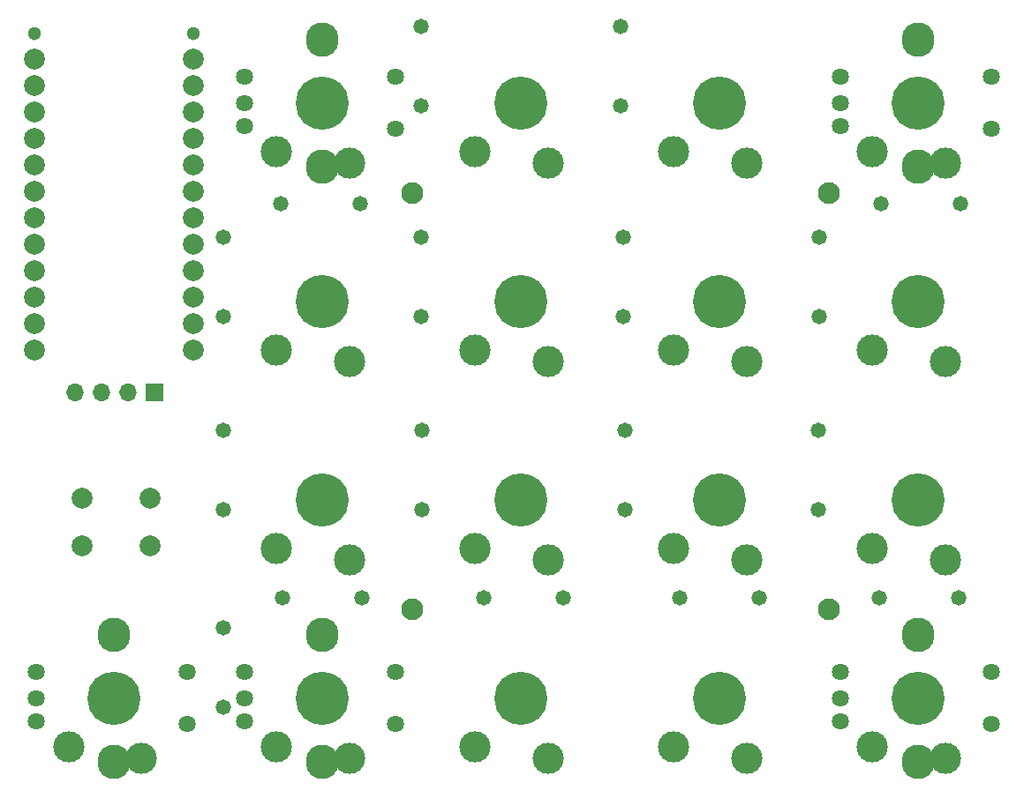
<source format=gts>
G04 #@! TF.GenerationSoftware,KiCad,Pcbnew,9.0.7*
G04 #@! TF.CreationDate,2026-01-18T21:54:30+01:00*
G04 #@! TF.ProjectId,dumbpad,64756d62-7061-4642-9e6b-696361645f70,rev?*
G04 #@! TF.SameCoordinates,Original*
G04 #@! TF.FileFunction,Soldermask,Top*
G04 #@! TF.FilePolarity,Negative*
%FSLAX46Y46*%
G04 Gerber Fmt 4.6, Leading zero omitted, Abs format (unit mm)*
G04 Created by KiCad (PCBNEW 9.0.7) date 2026-01-18 21:54:30*
%MOMM*%
%LPD*%
G01*
G04 APERTURE LIST*
%ADD10R,1.700000X1.700000*%
%ADD11O,1.700000X1.700000*%
%ADD12C,3.000000*%
%ADD13C,5.100000*%
%ADD14C,1.627000*%
%ADD15O,3.127000X3.302000*%
%ADD16O,3.127000X3.314500*%
%ADD17C,2.006600*%
%ADD18C,1.300000*%
%ADD19C,2.100000*%
%ADD20C,1.477000*%
G04 APERTURE END LIST*
D10*
X113900000Y-104000000D03*
D11*
X111360000Y-104000000D03*
X108820000Y-104000000D03*
X106280000Y-104000000D03*
D12*
X182751100Y-138103600D03*
D13*
X187151100Y-133403600D03*
D12*
X189751100Y-139153600D03*
D14*
X179651100Y-130903600D03*
X179651100Y-135603600D03*
X179651100Y-133403600D03*
D15*
X187151100Y-139503600D03*
D16*
X187151100Y-127309850D03*
D14*
X194151100Y-130903600D03*
X194151100Y-135903600D03*
D12*
X182751100Y-80953600D03*
D13*
X187151100Y-76253600D03*
D12*
X189751100Y-82003600D03*
D14*
X179651100Y-73753600D03*
X179651100Y-78453600D03*
X179651100Y-76253600D03*
D15*
X187151100Y-82353600D03*
D16*
X187151100Y-70159850D03*
D14*
X194151100Y-73753600D03*
X194151100Y-78753600D03*
D12*
X125601100Y-138103600D03*
D13*
X130001100Y-133403600D03*
D12*
X132601100Y-139153600D03*
D14*
X122501100Y-130903600D03*
X122501100Y-135603600D03*
X122501100Y-133403600D03*
D15*
X130001100Y-139503600D03*
D16*
X130001100Y-127309850D03*
D14*
X137001100Y-130903600D03*
X137001100Y-135903600D03*
D12*
X105651100Y-138103600D03*
D13*
X110051100Y-133403600D03*
D12*
X112651100Y-139153600D03*
D14*
X102551100Y-130903600D03*
X102551100Y-135603600D03*
X102551100Y-133403600D03*
D15*
X110051100Y-139503600D03*
D16*
X110051100Y-127309850D03*
D14*
X117051100Y-130903600D03*
X117051100Y-135903600D03*
D12*
X125601100Y-80953600D03*
D13*
X130001100Y-76253600D03*
D12*
X132601100Y-82003600D03*
D14*
X122501100Y-73753600D03*
X122501100Y-78453600D03*
X122501100Y-76253600D03*
D15*
X130001100Y-82353600D03*
D16*
X130001100Y-70159850D03*
D14*
X137001100Y-73753600D03*
X137001100Y-78753600D03*
D17*
X106997600Y-114228800D03*
X113500000Y-114228800D03*
X106997600Y-118750000D03*
X113500000Y-118750000D03*
D18*
X117671100Y-69550000D03*
X102431100Y-69550000D03*
D17*
X117671100Y-72053600D03*
X117671100Y-74593600D03*
X117671100Y-77133600D03*
X117671100Y-79673600D03*
X117671100Y-82213600D03*
X117671100Y-84753600D03*
X117671100Y-87293600D03*
X117671100Y-89833600D03*
X117671100Y-92373600D03*
X117671100Y-94913600D03*
X117671100Y-97453600D03*
X117671100Y-99993600D03*
X102431100Y-99993600D03*
X102431100Y-97453600D03*
X102431100Y-94913600D03*
X102431100Y-92373600D03*
X102431100Y-89833600D03*
X102431100Y-87293600D03*
X102431100Y-84753600D03*
X102431100Y-82213600D03*
X102431100Y-79673600D03*
X102431100Y-77133600D03*
X102431100Y-74593600D03*
X102431100Y-72053600D03*
D12*
X182751100Y-119053600D03*
D13*
X187151100Y-114353600D03*
D12*
X189751100Y-120103600D03*
X125601100Y-119053600D03*
D13*
X130001100Y-114353600D03*
D12*
X132601100Y-120103600D03*
D19*
X178600000Y-84900000D03*
D20*
X139500000Y-76520000D03*
X139500000Y-68900000D03*
D12*
X144651100Y-138103600D03*
D13*
X149051100Y-133403600D03*
D12*
X151651100Y-139153600D03*
D19*
X178600000Y-124900000D03*
D20*
X158600000Y-76520000D03*
X158600000Y-68900000D03*
D12*
X163701100Y-138103600D03*
D13*
X168101100Y-133403600D03*
D12*
X170701100Y-139153600D03*
D20*
X126000000Y-85900000D03*
X133620000Y-85900000D03*
X183600000Y-85900000D03*
X191220000Y-85900000D03*
X145500000Y-123800000D03*
X153120000Y-123800000D03*
X120500000Y-134220000D03*
X120500000Y-126600000D03*
X120500000Y-96720000D03*
X120500000Y-89100000D03*
X183400000Y-123800000D03*
X191020000Y-123800000D03*
X120500000Y-115320000D03*
X120500000Y-107700000D03*
X164300000Y-123800000D03*
X171920000Y-123800000D03*
D12*
X144651100Y-119053600D03*
D13*
X149051100Y-114353600D03*
D12*
X151651100Y-120103600D03*
X163701100Y-100003600D03*
D13*
X168101100Y-95303600D03*
D12*
X170701100Y-101053600D03*
X125601100Y-100003600D03*
D13*
X130001100Y-95303600D03*
D12*
X132601100Y-101053600D03*
D20*
X177600000Y-115320000D03*
X177600000Y-107700000D03*
D12*
X163701100Y-119053600D03*
D13*
X168101100Y-114353600D03*
D12*
X170701100Y-120103600D03*
D20*
X139600000Y-115320000D03*
X139600000Y-107700000D03*
D19*
X138600000Y-84900000D03*
D12*
X182751100Y-100003600D03*
D13*
X187151100Y-95303600D03*
D12*
X189751100Y-101053600D03*
D20*
X159000000Y-115320000D03*
X159000000Y-107700000D03*
D12*
X144651100Y-100003600D03*
D13*
X149051100Y-95303600D03*
D12*
X151651100Y-101053600D03*
D19*
X138600000Y-124900000D03*
D20*
X126200000Y-123800000D03*
X133820000Y-123800000D03*
X139500000Y-96720000D03*
X139500000Y-89100000D03*
D12*
X163701100Y-80953600D03*
D13*
X168101100Y-76253600D03*
D12*
X170701100Y-82003600D03*
D20*
X158900000Y-96720000D03*
X158900000Y-89100000D03*
D12*
X144651100Y-80953600D03*
D13*
X149051100Y-76253600D03*
D12*
X151651100Y-82003600D03*
D20*
X177700000Y-96720000D03*
X177700000Y-89100000D03*
M02*

</source>
